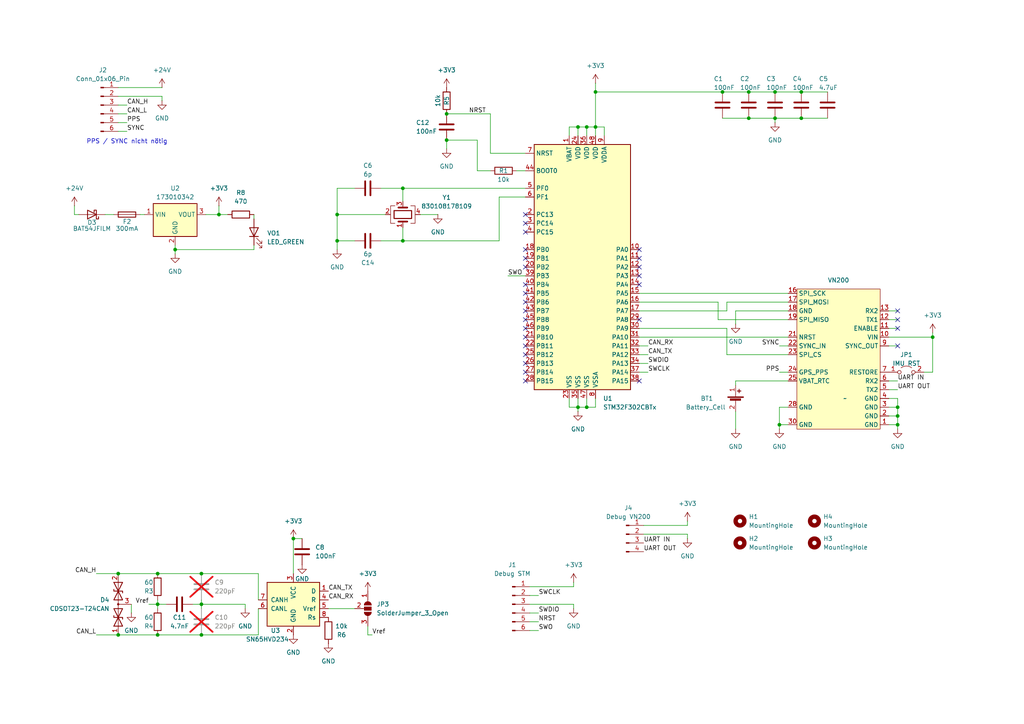
<source format=kicad_sch>
(kicad_sch (version 20231120) (generator "eeschema") (generator_version "8.0")
  (paper "A4")
  (lib_symbols
    (symbol "Connector:Conn_01x04_Pin" (pin_names (offset 1.016) hide)
      (property "Reference" "J" (at 0 5.08 0))
      (property "Value" "Conn_01x04_Pin" (at 0 -7.62 0))
      (symbol "Conn_01x04_Pin_1_1"
        (polyline (pts (xy 1.27 -5.08) (xy 0.8636 -5.08)) (stroke (width 0.1524)))
        (polyline (pts (xy 1.27 -2.54) (xy 0.8636 -2.54)) (stroke (width 0.1524)))
        (polyline (pts (xy 1.27 0) (xy 0.8636 0)) (stroke (width 0.1524)))
        (polyline (pts (xy 1.27 2.54) (xy 0.8636 2.54)) (stroke (width 0.1524)))
        (rectangle (start 0.8636 -4.953) (end 0 -5.207) (stroke (width 0.1524)) (fill (type outline)))
        (rectangle (start 0.8636 -2.413) (end 0 -2.667) (stroke (width 0.1524)) (fill (type outline)))
        (rectangle (start 0.8636 0.127) (end 0 -0.127) (stroke (width 0.1524)) (fill (type outline)))
        (rectangle (start 0.8636 2.667) (end 0 2.413) (stroke (width 0.1524)) (fill (type outline)))
        (pin passive line (at 5.08 2.54 180) (length 3.81) (name "Pin_1") (number "1"))
        (pin passive line (at 5.08 0 180) (length 3.81) (name "Pin_2") (number "2"))
        (pin passive line (at 5.08 -2.54 180) (length 3.81) (name "Pin_3") (number "3"))
        (pin passive line (at 5.08 -5.08 180) (length 3.81) (name "Pin_4") (number "4"))
      )
    )
    (symbol "Connector:Conn_01x06_Pin" (pin_names (offset 1.016) hide)
      (property "Reference" "J" (at 0 7.62 0))
      (property "Value" "Conn_01x06_Pin" (at 0 -10.16 0))
      (symbol "Conn_01x06_Pin_1_1"
        (polyline (pts (xy 1.27 -7.62) (xy 0.8636 -7.62)) (stroke (width 0.1524)))
        (polyline (pts (xy 1.27 -5.08) (xy 0.8636 -5.08)) (stroke (width 0.1524)))
        (polyline (pts (xy 1.27 -2.54) (xy 0.8636 -2.54)) (stroke (width 0.1524)))
        (polyline (pts (xy 1.27 0) (xy 0.8636 0)) (stroke (width 0.1524)))
        (polyline (pts (xy 1.27 2.54) (xy 0.8636 2.54)) (stroke (width 0.1524)))
        (polyline (pts (xy 1.27 5.08) (xy 0.8636 5.08)) (stroke (width 0.1524)))
        (rectangle (start 0.8636 -7.493) (end 0 -7.747) (stroke (width 0.1524)) (fill (type outline)))
        (rectangle (start 0.8636 -4.953) (end 0 -5.207) (stroke (width 0.1524)) (fill (type outline)))
        (rectangle (start 0.8636 -2.413) (end 0 -2.667) (stroke (width 0.1524)) (fill (type outline)))
        (rectangle (start 0.8636 0.127) (end 0 -0.127) (stroke (width 0.1524)) (fill (type outline)))
        (rectangle (start 0.8636 2.667) (end 0 2.413) (stroke (width 0.1524)) (fill (type outline)))
        (rectangle (start 0.8636 5.207) (end 0 4.953) (stroke (width 0.1524)) (fill (type outline)))
        (pin passive line (at 5.08 5.08 180) (length 3.81) (name "Pin_1") (number "1"))
        (pin passive line (at 5.08 2.54 180) (length 3.81) (name "Pin_2") (number "2"))
        (pin passive line (at 5.08 0 180) (length 3.81) (name "Pin_3") (number "3"))
        (pin passive line (at 5.08 -2.54 180) (length 3.81) (name "Pin_4") (number "4"))
        (pin passive line (at 5.08 -5.08 180) (length 3.81) (name "Pin_5") (number "5"))
        (pin passive line (at 5.08 -7.62 180) (length 3.81) (name "Pin_6") (number "6"))
      )
    )
    (symbol "Device:Battery_Cell" (pin_names (offset 0) hide)
      (property "Reference" "BT" (at 2.54 2.54 0))
      (property "Value" "Battery_Cell" (at 2.54 0 0))
      (symbol "Battery_Cell_0_1"
        (rectangle (start -2.286 1.778) (end 2.286 1.524) (fill (type outline)))
        (rectangle (start -1.5748 1.1938) (end 1.4732 0.6858) (fill (type outline)))
        (polyline (pts (xy 0 0.762) (xy 0 0)))
        (polyline (pts (xy 0 1.778) (xy 0 2.54)))
        (polyline (pts (xy 0.508 3.429) (xy 1.524 3.429)) (stroke (width 0.254)))
        (polyline (pts (xy 1.016 3.937) (xy 1.016 2.921)) (stroke (width 0.254)))
      )
      (symbol "Battery_Cell_1_1"
        (pin passive line (at 0 5.08 270) (length 2.54) (name "+") (number "1"))
        (pin passive line (at 0 -2.54 90) (length 2.54) (name "-") (number "2"))
      )
    )
    (symbol "Device:C" (pin_numbers hide) (pin_names (offset 0.254))
      (property "Reference" "C" (at 0.635 2.54 0))
      (property "Value" "C" (at 0.635 -2.54 0))
      (symbol "C_0_1"
        (polyline (pts (xy -2.032 -0.762) (xy 2.032 -0.762)) (stroke (width 0.508)))
        (polyline (pts (xy -2.032 0.762) (xy 2.032 0.762)) (stroke (width 0.508)))
      )
      (symbol "C_1_1"
        (pin passive line (at 0 3.81 270) (length 2.794) (name "~") (number "1"))
        (pin passive line (at 0 -3.81 90) (length 2.794) (name "~") (number "2"))
      )
    )
    (symbol "Device:D_Schottky" (pin_numbers hide) (pin_names (offset 1.016) hide)
      (property "Reference" "D" (at 0 2.54 0))
      (property "Value" "D_Schottky" (at 0 -2.54 0))
      (symbol "D_Schottky_0_1"
        (polyline (pts (xy 1.27 0) (xy -1.27 0)))
        (polyline (pts (xy 1.27 1.27) (xy 1.27 -1.27) (xy -1.27 0) (xy 1.27 1.27)) (stroke (width 0.254)))
        (polyline (pts (xy -1.905 0.635) (xy -1.905 1.27) (xy -1.27 1.27) (xy -1.27 -1.27) (xy -0.635 -1.27) (xy -0.635 -0.635)) (stroke (width 0.254)))
      )
      (symbol "D_Schottky_1_1"
        (pin passive line (at -3.81 0 0) (length 2.54) (name "K") (number "1"))
        (pin passive line (at 3.81 0 180) (length 2.54) (name "A") (number "2"))
      )
    )
    (symbol "Device:D_TVS_Dual_AAC" (pin_names (offset 1.016) hide)
      (property "Reference" "D" (at 0 4.445 0))
      (property "Value" "D_TVS_Dual_AAC" (at 0 2.54 0))
      (symbol "D_TVS_Dual_AAC_0_0"
        (polyline (pts (xy 0 -1.27) (xy 0 0)))
      )
      (symbol "D_TVS_Dual_AAC_0_1"
        (polyline (pts (xy -6.35 0) (xy 6.35 0)))
        (polyline (pts (xy -3.302 1.27) (xy -3.81 1.27) (xy -3.81 -1.27) (xy -4.318 -1.27)) (stroke (width 0.254)))
        (polyline (pts (xy 4.318 1.27) (xy 3.81 1.27) (xy 3.81 -1.27) (xy 3.302 -1.27)) (stroke (width 0.254)))
        (polyline (pts (xy -6.35 1.27) (xy -1.27 -1.27) (xy -1.27 1.27) (xy -6.35 -1.27) (xy -6.35 1.27)) (stroke (width 0.254)))
        (polyline (pts (xy 6.35 1.27) (xy 1.27 -1.27) (xy 1.27 1.27) (xy 6.35 -1.27) (xy 6.35 1.27)) (stroke (width 0.254)))
        (circle (center 0 0) (radius 0.254) (fill (type outline)))
      )
      (symbol "D_TVS_Dual_AAC_1_1"
        (pin passive line (at -8.89 0 0) (length 2.54) (name "A1") (number "1"))
        (pin passive line (at 8.89 0 180) (length 2.54) (name "A2") (number "2"))
        (pin input line (at 0 -3.81 90) (length 2.54) (name "common") (number "3"))
      )
    )
    (symbol "Device:Fuse" (pin_numbers hide) (pin_names (offset 0))
      (property "Reference" "F" (at 2.032 0 90))
      (property "Value" "Fuse" (at -1.905 0 90))
      (symbol "Fuse_0_1"
        (rectangle (start -0.762 -2.54) (end 0.762 2.54) (stroke (width 0.254)))
        (polyline (pts (xy 0 2.54) (xy 0 -2.54)))
      )
      (symbol "Fuse_1_1"
        (pin passive line (at 0 3.81 270) (length 1.27) (name "~") (number "1"))
        (pin passive line (at 0 -3.81 90) (length 1.27) (name "~") (number "2"))
      )
    )
    (symbol "Device:LED" (pin_numbers hide) (pin_names (offset 1.016) hide)
      (property "Reference" "D" (at 0 2.54 0))
      (property "Value" "LED" (at 0 -2.54 0))
      (symbol "LED_0_1"
        (polyline (pts (xy -1.27 -1.27) (xy -1.27 1.27)) (stroke (width 0.254)))
        (polyline (pts (xy -1.27 0) (xy 1.27 0)))
        (polyline (pts (xy 1.27 -1.27) (xy 1.27 1.27) (xy -1.27 0) (xy 1.27 -1.27)) (stroke (width 0.254)))
        (polyline (pts (xy -3.048 -0.762) (xy -4.572 -2.286) (xy -3.81 -2.286) (xy -4.572 -2.286) (xy -4.572 -1.524)))
        (polyline (pts (xy -1.778 -0.762) (xy -3.302 -2.286) (xy -2.54 -2.286) (xy -3.302 -2.286) (xy -3.302 -1.524)))
      )
      (symbol "LED_1_1"
        (pin passive line (at -3.81 0 0) (length 2.54) (name "K") (number "1"))
        (pin passive line (at 3.81 0 180) (length 2.54) (name "A") (number "2"))
      )
    )
    (symbol "Device:R" (pin_numbers hide) (pin_names (offset 0))
      (property "Reference" "R" (at 2.032 0 90))
      (property "Value" "R" (at 0 0 90))
      (symbol "R_0_1"
        (rectangle (start -1.016 -2.54) (end 1.016 2.54) (stroke (width 0.254)))
      )
      (symbol "R_1_1"
        (pin passive line (at 0 3.81 270) (length 1.27) (name "~") (number "1"))
        (pin passive line (at 0 -3.81 90) (length 1.27) (name "~") (number "2"))
      )
    )
    (symbol "FaSTTUBe_Crystals:830108178109" (pin_names (offset 1.016) hide)
      (property "Reference" "Y" (at 3.175 5.08 0))
      (property "Value" "830108178109" (at 3.175 3.175 0))
      (symbol "830108178109_0_1"
        (rectangle (start -1.143 2.54) (end 1.143 -2.54) (stroke (width 0.3048)))
        (polyline (pts (xy -2.54 0) (xy -2.032 0)))
        (polyline (pts (xy -2.032 -1.27) (xy -2.032 1.27)) (stroke (width 0.508)))
        (polyline (pts (xy 0 -3.81) (xy 0 -3.556)))
        (polyline (pts (xy 0 3.556) (xy 0 3.81)))
        (polyline (pts (xy 2.032 -1.27) (xy 2.032 1.27)) (stroke (width 0.508)))
        (polyline (pts (xy 2.032 0) (xy 2.54 0)))
        (polyline (pts (xy -2.54 -2.286) (xy -2.54 -3.556) (xy 2.54 -3.556) (xy 2.54 -2.286)))
        (polyline (pts (xy -2.54 2.286) (xy -2.54 3.556) (xy 2.54 3.556) (xy 2.54 2.286)))
      )
      (symbol "830108178109_1_1"
        (pin passive line (at -3.81 0 0) (length 1.27) (name "1") (number "1"))
        (pin passive line (at 0 5.08 270) (length 1.27) (name "2") (number "2"))
        (pin passive line (at 3.81 0 180) (length 1.27) (name "3") (number "3"))
        (pin passive line (at 0 -5.08 90) (length 1.27) (name "4") (number "4"))
      )
    )
    (symbol "FaSTTUBe_Voltage_Regulators:173010342"
      (property "Reference" "U" (at -1.27 7.874 0))
      (property "Value" "173010342" (at -5.588 6.096 0))
      (symbol "173010342_0_1"
        (rectangle (start -6.35 4.445) (end 6.35 -5.08) (stroke (width 0.254)) (fill (type background)))
      )
      (symbol "173010342_1_1"
        (pin power_in line (at -8.89 1.27 0) (length 2.54) (name "VIN") (number "1"))
        (pin power_in line (at 0 -7.62 90) (length 2.54) (name "GND") (number "2"))
        (pin power_out line (at 8.89 1.27 180) (length 2.54) (name "VOUT") (number "3"))
      )
    )
    (symbol "GND_2" (power) (pin_numbers hide) (pin_names (offset 0) hide)
      (property "Value" "GND" (at 0 -3.81 0))
      (symbol "GND_2_0_1"
        (polyline (pts (xy 0 0) (xy 0 -1.27) (xy 1.27 -1.27) (xy 0 -2.54) (xy -1.27 -1.27) (xy 0 -1.27)))
      )
      (symbol "GND_2_1_1"
        (pin power_in line (at 0 0 270) (length 0) (name "~") (number "1"))
      )
    )
    (symbol "IMUs:VN-200"
      (property "Reference" "VN200" (at -0.635 22.86 0))
      (property "Value" "~" (at 1.27 -11.43 0))
      (symbol "VN-200_1_1"
        (rectangle (start -12.7 20.32) (end 11.43 -20.32) (fill (type background)))
        (pin power_in line (at 13.97 -19.05 180) (length 2.54) (name "GND") (number "1"))
        (pin power_in line (at 13.97 6.35 180) (length 2.54) (name "VIN") (number "10"))
        (pin input line (at 13.97 8.89 180) (length 2.54) (name "ENABLE") (number "11"))
        (pin output line (at 13.97 11.43 180) (length 2.54) (name "TX1") (number "12"))
        (pin input line (at 13.97 13.97 180) (length 2.54) (name "RX2") (number "13"))
        (pin input line (at -15.24 19.05 0) (length 2.54) (name "SPI_SCK") (number "16"))
        (pin input line (at -15.24 16.51 0) (length 2.54) (name "SPI_MOSI") (number "17"))
        (pin power_in line (at -15.24 13.97 0) (length 2.54) (name "GND") (number "18"))
        (pin output line (at -15.24 11.43 0) (length 2.54) (name "SPI_MISO") (number "19"))
        (pin power_in line (at 13.97 -16.51 180) (length 2.54) (name "GND") (number "2"))
        (pin input line (at -15.24 6.35 0) (length 2.54) (name "NRST") (number "21"))
        (pin input line (at -15.24 3.81 0) (length 2.54) (name "SYNC_IN") (number "22"))
        (pin input line (at -15.24 1.27 0) (length 2.54) (name "SPI_CS") (number "23"))
        (pin output line (at -15.24 -3.81 0) (length 2.54) (name "GPS_PPS") (number "24"))
        (pin power_in line (at -15.24 -6.35 0) (length 2.54) (name "VBAT_RTC") (number "25"))
        (pin power_in line (at -15.24 -13.97 0) (length 2.54) (name "GND") (number "28"))
        (pin power_in line (at 13.97 -13.97 180) (length 2.54) (name "GND") (number "3"))
        (pin power_in line (at -15.24 -19.05 0) (length 2.54) (name "GND") (number "30"))
        (pin power_in line (at 13.97 -11.43 180) (length 2.54) (name "GND") (number "4"))
        (pin output line (at 13.97 -8.89 180) (length 2.54) (name "TX2") (number "5"))
        (pin input line (at 13.97 -6.35 180) (length 2.54) (name "RX2") (number "6"))
        (pin input line (at 13.97 -3.81 180) (length 2.54) (name "RESTORE") (number "7"))
        (pin output line (at 13.97 3.81 180) (length 2.54) (name "SYNC_OUT") (number "9"))
      )
    )
    (symbol "Interface_CAN_LIN:SN65HVD231" (pin_names (offset 1.016))
      (property "Reference" "U" (at -2.54 10.16 0))
      (property "Value" "SN65HVD231" (at -2.54 7.62 0))
      (symbol "SN65HVD231_0_1"
        (rectangle (start -7.62 5.08) (end 7.62 -7.62) (stroke (width 0.254)) (fill (type background)))
      )
      (symbol "SN65HVD231_1_1"
        (pin input line (at -10.16 2.54 0) (length 2.54) (name "D") (number "1"))
        (pin power_in line (at 0 -10.16 90) (length 2.54) (name "GND") (number "2"))
        (pin power_in line (at 0 7.62 270) (length 2.54) (name "VCC") (number "3"))
        (pin output line (at -10.16 0 0) (length 2.54) (name "R") (number "4"))
        (pin output line (at -10.16 -2.54 0) (length 2.54) (name "Vref") (number "5"))
        (pin bidirectional line (at 10.16 -2.54 180) (length 2.54) (name "CANL") (number "6"))
        (pin bidirectional line (at 10.16 0 180) (length 2.54) (name "CANH") (number "7"))
        (pin input line (at -10.16 -5.08 0) (length 2.54) (name "Rs") (number "8"))
      )
    )
    (symbol "Jumper:Jumper_2_Open" (pin_names (offset 0) hide)
      (property "Reference" "JP" (at 0 2.794 0))
      (property "Value" "Jumper_2_Open" (at 0 -2.286 0))
      (symbol "Jumper_2_Open_0_0"
        (circle (center -2.032 0) (radius 0.508))
        (circle (center 2.032 0) (radius 0.508))
      )
      (symbol "Jumper_2_Open_0_1"
        (arc (start 1.524 1.27) (mid 0 1.778) (end -1.524 1.27))
      )
      (symbol "Jumper_2_Open_1_1"
        (pin passive line (at -5.08 0 0) (length 2.54) (name "A") (number "1"))
        (pin passive line (at 5.08 0 180) (length 2.54) (name "B") (number "2"))
      )
    )
    (symbol "Jumper:SolderJumper_3_Open" (pin_names (offset 0) hide)
      (property "Reference" "JP" (at -2.54 -2.54 0))
      (property "Value" "SolderJumper_3_Open" (at 0 2.794 0))
      (symbol "SolderJumper_3_Open_0_1"
        (arc (start -1.016 1.016) (mid -2.0276 0) (end -1.016 -1.016))
        (arc (start -1.016 1.016) (mid -2.0276 0) (end -1.016 -1.016) (fill (type outline)))
        (rectangle (start -0.508 1.016) (end 0.508 -1.016) (fill (type outline)))
        (polyline (pts (xy -2.54 0) (xy -2.032 0)))
        (polyline (pts (xy -1.016 1.016) (xy -1.016 -1.016)))
        (polyline (pts (xy 0 -1.27) (xy 0 -1.016)))
        (polyline (pts (xy 1.016 1.016) (xy 1.016 -1.016)))
        (polyline (pts (xy 2.54 0) (xy 2.032 0)))
        (arc (start 1.016 -1.016) (mid 2.0276 0) (end 1.016 1.016))
        (arc (start 1.016 -1.016) (mid 2.0276 0) (end 1.016 1.016) (fill (type outline)))
      )
      (symbol "SolderJumper_3_Open_1_1"
        (pin passive line (at -5.08 0 0) (length 2.54) (name "A") (number "1"))
        (pin passive line (at 0 -3.81 90) (length 2.54) (name "C") (number "2"))
        (pin passive line (at 5.08 0 180) (length 2.54) (name "B") (number "3"))
      )
    )
    (symbol "MCU_ST_STM32F3:STM32F302CBTx"
      (property "Reference" "U" (at -15.24 36.83 0))
      (property "Value" "STM32F302CBTx" (at 7.62 36.83 0))
      (symbol "STM32F302CBTx_0_1"
        (rectangle (start -15.24 -35.56) (end 12.7 35.56) (stroke (width 0.254)) (fill (type background)))
      )
      (symbol "STM32F302CBTx_1_1"
        (pin power_in line (at -5.08 38.1 270) (length 2.54) (name "VBAT") (number "1"))
        (pin bidirectional line (at 15.24 5.08 180) (length 2.54) (name "PA0") (number "10"))
        (pin bidirectional line (at 15.24 2.54 180) (length 2.54) (name "PA1") (number "11"))
        (pin bidirectional line (at 15.24 0 180) (length 2.54) (name "PA2") (number "12"))
        (pin bidirectional line (at 15.24 -2.54 180) (length 2.54) (name "PA3") (number "13"))
        (pin bidirectional line (at 15.24 -5.08 180) (length 2.54) (name "PA4") (number "14"))
        (pin bidirectional line (at 15.24 -7.62 180) (length 2.54) (name "PA5") (number "15"))
        (pin bidirectional line (at 15.24 -10.16 180) (length 2.54) (name "PA6") (number "16"))
        (pin bidirectional line (at 15.24 -12.7 180) (length 2.54) (name "PA7") (number "17"))
        (pin bidirectional line (at -17.78 5.08 0) (length 2.54) (name "PB0") (number "18"))
        (pin bidirectional line (at -17.78 2.54 0) (length 2.54) (name "PB1") (number "19"))
        (pin bidirectional line (at -17.78 15.24 0) (length 2.54) (name "PC13") (number "2"))
        (pin bidirectional line (at -17.78 0 0) (length 2.54) (name "PB2") (number "20"))
        (pin bidirectional line (at -17.78 -20.32 0) (length 2.54) (name "PB10") (number "21"))
        (pin bidirectional line (at -17.78 -22.86 0) (length 2.54) (name "PB11") (number "22"))
        (pin power_in line (at -5.08 -38.1 90) (length 2.54) (name "VSS") (number "23"))
        (pin power_in line (at -2.54 38.1 270) (length 2.54) (name "VDD") (number "24"))
        (pin bidirectional line (at -17.78 -25.4 0) (length 2.54) (name "PB12") (number "25"))
        (pin bidirectional line (at -17.78 -27.94 0) (length 2.54) (name "PB13") (number "26"))
        (pin bidirectional line (at -17.78 -30.48 0) (length 2.54) (name "PB14") (number "27"))
        (pin bidirectional line (at -17.78 -33.02 0) (length 2.54) (name "PB15") (number "28"))
        (pin bidirectional line (at 15.24 -15.24 180) (length 2.54) (name "PA8") (number "29"))
        (pin bidirectional line (at -17.78 12.7 0) (length 2.54) (name "PC14") (number "3"))
        (pin bidirectional line (at 15.24 -17.78 180) (length 2.54) (name "PA9") (number "30"))
        (pin bidirectional line (at 15.24 -20.32 180) (length 2.54) (name "PA10") (number "31"))
        (pin bidirectional line (at 15.24 -22.86 180) (length 2.54) (name "PA11") (number "32"))
        (pin bidirectional line (at 15.24 -25.4 180) (length 2.54) (name "PA12") (number "33"))
        (pin bidirectional line (at 15.24 -27.94 180) (length 2.54) (name "PA13") (number "34"))
        (pin power_in line (at -2.54 -38.1 90) (length 2.54) (name "VSS") (number "35"))
        (pin power_in line (at 0 38.1 270) (length 2.54) (name "VDD") (number "36"))
        (pin bidirectional line (at 15.24 -30.48 180) (length 2.54) (name "PA14") (number "37"))
        (pin bidirectional line (at 15.24 -33.02 180) (length 2.54) (name "PA15") (number "38"))
        (pin bidirectional line (at -17.78 -2.54 0) (length 2.54) (name "PB3") (number "39"))
        (pin bidirectional line (at -17.78 10.16 0) (length 2.54) (name "PC15") (number "4"))
        (pin bidirectional line (at -17.78 -5.08 0) (length 2.54) (name "PB4") (number "40"))
        (pin bidirectional line (at -17.78 -7.62 0) (length 2.54) (name "PB5") (number "41"))
        (pin bidirectional line (at -17.78 -10.16 0) (length 2.54) (name "PB6") (number "42"))
        (pin bidirectional line (at -17.78 -12.7 0) (length 2.54) (name "PB7") (number "43"))
        (pin input line (at -17.78 27.94 0) (length 2.54) (name "BOOT0") (number "44"))
        (pin bidirectional line (at -17.78 -15.24 0) (length 2.54) (name "PB8") (number "45"))
        (pin bidirectional line (at -17.78 -17.78 0) (length 2.54) (name "PB9") (number "46"))
        (pin power_in line (at 0 -38.1 90) (length 2.54) (name "VSS") (number "47"))
        (pin power_in line (at 2.54 38.1 270) (length 2.54) (name "VDD") (number "48"))
        (pin input line (at -17.78 22.86 0) (length 2.54) (name "PF0") (number "5"))
        (pin input line (at -17.78 20.32 0) (length 2.54) (name "PF1") (number "6"))
        (pin input line (at -17.78 33.02 0) (length 2.54) (name "NRST") (number "7"))
        (pin power_in line (at 2.54 -38.1 90) (length 2.54) (name "VSSA") (number "8"))
        (pin power_in line (at 5.08 38.1 270) (length 2.54) (name "VDDA") (number "9"))
      )
    )
    (symbol "Mechanical:MountingHole" (pin_names (offset 1.016)) (exclude_from_sim yes) (in_bom no)
      (property "Reference" "H" (at 0 5.08 0))
      (property "Value" "MountingHole" (at 0 3.175 0))
      (symbol "MountingHole_0_1"
        (circle (center 0 0) (radius 1.27) (stroke (width 1.27)))
      )
    )
    (symbol "power:+24V" (power) (pin_numbers hide) (pin_names (offset 0) hide)
      (property "Value" "+24V" (at 0 3.556 0))
      (symbol "+24V_0_1"
        (polyline (pts (xy -0.762 1.27) (xy 0 2.54)))
        (polyline (pts (xy 0 0) (xy 0 2.54)))
        (polyline (pts (xy 0 2.54) (xy 0.762 1.27)))
      )
      (symbol "+24V_1_1"
        (pin power_in line (at 0 0 90) (length 0) (name "~") (number "1"))
      )
    )
    (symbol "power:+3V3" (power) (pin_numbers hide) (pin_names (offset 0) hide)
      (property "Value" "+3V3" (at 0 3.556 0))
      (symbol "+3V3_0_1"
        (polyline (pts (xy -0.762 1.27) (xy 0 2.54)))
        (polyline (pts (xy 0 0) (xy 0 2.54)))
        (polyline (pts (xy 0 2.54) (xy 0.762 1.27)))
      )
      (symbol "+3V3_1_1"
        (pin power_in line (at 0 0 90) (length 0) (name "~") (number "1"))
      )
    )
  )
  (junction (at 129.54 33.02))
  (junction (at 217.17 34.29))
  (junction (at 170.18 36.83))
  (junction (at 45.72 184.15))
  (junction (at 226.06 123.19))
  (junction (at 34.29 166.37))
  (junction (at 172.72 36.83))
  (junction (at 170.18 118.11))
  (junction (at 45.72 166.37))
  (junction (at 172.72 26.67))
  (junction (at 45.72 175.26))
  (junction (at 167.64 118.11))
  (junction (at 58.42 175.26))
  (junction (at 50.8 72.39))
  (junction (at 260.35 123.19))
  (junction (at 58.42 184.15))
  (junction (at 167.64 36.83))
  (junction (at 129.54 40.64))
  (junction (at 97.79 69.85))
  (junction (at 224.79 26.67))
  (junction (at 270.51 97.79))
  (junction (at 34.29 184.15))
  (junction (at 85.09 156.21))
  (junction (at 217.17 26.67))
  (junction (at 232.41 26.67))
  (junction (at 209.55 26.67))
  (junction (at 224.79 34.29))
  (junction (at 116.84 54.61))
  (junction (at 260.35 120.65))
  (junction (at 260.35 118.11))
  (junction (at 97.79 62.23))
  (junction (at 58.42 166.37))
  (junction (at 63.5 62.23))
  (junction (at 116.84 69.85))
  (junction (at 232.41 34.29))
  (no_connect (at 152.4 105.41))
  (no_connect (at 152.4 74.93))
  (no_connect (at 152.4 102.87))
  (no_connect (at 185.42 77.47))
  (no_connect (at 152.4 110.49))
  (no_connect (at 260.35 90.17))
  (no_connect (at 152.4 92.71))
  (no_connect (at 152.4 100.33))
  (no_connect (at 152.4 95.25))
  (no_connect (at 152.4 87.63))
  (no_connect (at 260.35 100.33))
  (no_connect (at 152.4 62.23))
  (no_connect (at 152.4 64.77))
  (no_connect (at 152.4 67.31))
  (no_connect (at 185.42 92.71))
  (no_connect (at 152.4 77.47))
  (no_connect (at 185.42 80.01))
  (no_connect (at 152.4 107.95))
  (no_connect (at 185.42 110.49))
  (no_connect (at 185.42 74.93))
  (no_connect (at 152.4 72.39))
  (no_connect (at 152.4 90.17))
  (no_connect (at 152.4 85.09))
  (no_connect (at 185.42 82.55))
  (no_connect (at 185.42 72.39))
  (no_connect (at 260.35 92.71))
  (no_connect (at 152.4 82.55))
  (no_connect (at 152.4 97.79))
  (no_connect (at 260.35 95.25))
  (wire (pts (xy 106.68 184.15) (xy 106.68 181.61)))
  (wire (pts (xy 116.84 69.85) (xy 144.78 69.85)))
  (wire (pts (xy 138.43 49.53) (xy 142.24 49.53)))
  (wire (pts (xy 260.35 123.19) (xy 260.35 120.65)))
  (wire (pts (xy 210.82 102.87) (xy 228.6 102.87)))
  (wire (pts (xy 74.93 173.99) (xy 74.93 166.37)))
  (wire (pts (xy 45.72 184.15) (xy 58.42 184.15)))
  (wire (pts (xy 210.82 87.63) (xy 228.6 87.63)))
  (wire (pts (xy 74.93 166.37) (xy 58.42 166.37)))
  (wire (pts (xy 73.66 72.39) (xy 73.66 71.12)))
  (wire (pts (xy 149.86 49.53) (xy 152.4 49.53)))
  (wire (pts (xy 170.18 36.83) (xy 170.18 39.37)))
  (wire (pts (xy 95.25 176.53) (xy 102.87 176.53)))
  (wire (pts (xy 186.69 154.94) (xy 199.39 154.94)))
  (wire (pts (xy 43.18 175.26) (xy 45.72 175.26)))
  (wire (pts (xy 142.24 44.45) (xy 152.4 44.45)))
  (wire (pts (xy 34.29 25.4) (xy 46.99 25.4)))
  (wire (pts (xy 121.92 62.23) (xy 127 62.23)))
  (wire (pts (xy 257.81 97.79) (xy 270.51 97.79)))
  (wire (pts (xy 185.42 95.25) (xy 210.82 95.25)))
  (wire (pts (xy 116.84 54.61) (xy 116.84 58.42)))
  (wire (pts (xy 170.18 36.83) (xy 172.72 36.83)))
  (wire (pts (xy 97.79 62.23) (xy 111.76 62.23)))
  (wire (pts (xy 217.17 34.29) (xy 224.79 34.29)))
  (wire (pts (xy 232.41 34.29) (xy 240.03 34.29)))
  (wire (pts (xy 170.18 118.11) (xy 170.18 115.57)))
  (wire (pts (xy 208.28 87.63) (xy 208.28 92.71)))
  (wire (pts (xy 260.35 100.33) (xy 257.81 100.33)))
  (wire (pts (xy 27.94 184.15) (xy 34.29 184.15)))
  (wire (pts (xy 97.79 69.85) (xy 97.79 72.39)))
  (wire (pts (xy 185.42 85.09) (xy 228.6 85.09)))
  (wire (pts (xy 199.39 154.94) (xy 199.39 156.21)))
  (wire (pts (xy 267.97 107.95) (xy 270.51 107.95)))
  (wire (pts (xy 270.51 107.95) (xy 270.51 97.79)))
  (wire (pts (xy 217.17 26.67) (xy 224.79 26.67)))
  (wire (pts (xy 34.29 166.37) (xy 45.72 166.37)))
  (wire (pts (xy 66.04 62.23) (xy 63.5 62.23)))
  (wire (pts (xy 50.8 73.66) (xy 50.8 72.39)))
  (wire (pts (xy 210.82 95.25) (xy 210.82 102.87)))
  (wire (pts (xy 73.66 63.5) (xy 73.66 62.23)))
  (wire (pts (xy 226.06 123.19) (xy 228.6 123.19)))
  (wire (pts (xy 199.39 151.13) (xy 199.39 152.4)))
  (wire (pts (xy 228.6 118.11) (xy 226.06 118.11)))
  (wire (pts (xy 46.99 29.21) (xy 46.99 27.94)))
  (wire (pts (xy 170.18 118.11) (xy 172.72 118.11)))
  (wire (pts (xy 50.8 72.39) (xy 73.66 72.39)))
  (wire (pts (xy 172.72 118.11) (xy 172.72 115.57)))
  (wire (pts (xy 165.1 36.83) (xy 167.64 36.83)))
  (wire (pts (xy 27.94 166.37) (xy 34.29 166.37)))
  (wire (pts (xy 185.42 90.17) (xy 210.82 90.17)))
  (wire (pts (xy 224.79 26.67) (xy 232.41 26.67)))
  (wire (pts (xy 232.41 26.67) (xy 240.03 26.67)))
  (wire (pts (xy 187.96 100.33) (xy 185.42 100.33)))
  (wire (pts (xy 50.8 72.39) (xy 50.8 71.12)))
  (wire (pts (xy 167.64 36.83) (xy 167.64 39.37)))
  (wire (pts (xy 85.09 156.21) (xy 85.09 166.37)))
  (wire (pts (xy 187.96 105.41) (xy 185.42 105.41)))
  (wire (pts (xy 260.35 90.17) (xy 257.81 90.17)))
  (wire (pts (xy 153.67 175.26) (xy 166.37 175.26)))
  (wire (pts (xy 147.32 80.01) (xy 152.4 80.01)))
  (wire (pts (xy 45.72 166.37) (xy 58.42 166.37)))
  (wire (pts (xy 187.96 107.95) (xy 185.42 107.95)))
  (wire (pts (xy 36.83 35.56) (xy 34.29 35.56)))
  (wire (pts (xy 74.93 176.53) (xy 74.93 184.15)))
  (wire (pts (xy 85.09 156.21) (xy 87.63 156.21)))
  (wire (pts (xy 116.84 66.04) (xy 116.84 69.85)))
  (wire (pts (xy 129.54 43.18) (xy 129.54 40.64)))
  (wire (pts (xy 175.26 36.83) (xy 175.26 39.37)))
  (wire (pts (xy 228.6 90.17) (xy 213.36 90.17)))
  (wire (pts (xy 172.72 36.83) (xy 172.72 39.37)))
  (wire (pts (xy 257.81 95.25) (xy 260.35 95.25)))
  (wire (pts (xy 21.59 62.23) (xy 22.86 62.23)))
  (wire (pts (xy 213.36 110.49) (xy 228.6 110.49)))
  (wire (pts (xy 97.79 62.23) (xy 97.79 69.85)))
  (wire (pts (xy 107.95 184.15) (xy 106.68 184.15)))
  (wire (pts (xy 213.36 111.76) (xy 213.36 110.49)))
  (wire (pts (xy 63.5 59.69) (xy 63.5 62.23)))
  (wire (pts (xy 129.54 40.64) (xy 138.43 40.64)))
  (wire (pts (xy 260.35 92.71) (xy 257.81 92.71)))
  (wire (pts (xy 138.43 40.64) (xy 138.43 49.53)))
  (wire (pts (xy 213.36 119.38) (xy 213.36 124.46)))
  (wire (pts (xy 185.42 87.63) (xy 208.28 87.63)))
  (wire (pts (xy 46.99 27.94) (xy 34.29 27.94)))
  (wire (pts (xy 226.06 100.33) (xy 228.6 100.33)))
  (wire (pts (xy 224.79 34.29) (xy 232.41 34.29)))
  (wire (pts (xy 40.64 62.23) (xy 41.91 62.23)))
  (wire (pts (xy 36.83 30.48) (xy 34.29 30.48)))
  (wire (pts (xy 144.78 57.15) (xy 152.4 57.15)))
  (wire (pts (xy 36.83 33.02) (xy 34.29 33.02)))
  (wire (pts (xy 71.12 176.53) (xy 71.12 175.26)))
  (wire (pts (xy 34.29 184.15) (xy 45.72 184.15)))
  (wire (pts (xy 59.69 62.23) (xy 63.5 62.23)))
  (wire (pts (xy 110.49 54.61) (xy 116.84 54.61)))
  (wire (pts (xy 224.79 35.56) (xy 224.79 34.29)))
  (wire (pts (xy 260.35 120.65) (xy 260.35 118.11)))
  (wire (pts (xy 210.82 90.17) (xy 210.82 87.63)))
  (wire (pts (xy 213.36 90.17) (xy 213.36 93.98)))
  (wire (pts (xy 166.37 168.91) (xy 166.37 170.18)))
  (wire (pts (xy 226.06 107.95) (xy 228.6 107.95)))
  (wire (pts (xy 167.64 36.83) (xy 170.18 36.83)))
  (wire (pts (xy 260.35 124.46) (xy 260.35 123.19)))
  (wire (pts (xy 142.24 33.02) (xy 129.54 33.02)))
  (wire (pts (xy 172.72 26.67) (xy 172.72 36.83)))
  (wire (pts (xy 110.49 69.85) (xy 116.84 69.85)))
  (wire (pts (xy 167.64 119.38) (xy 167.64 118.11)))
  (wire (pts (xy 142.24 44.45) (xy 142.24 33.02)))
  (wire (pts (xy 172.72 26.67) (xy 209.55 26.67)))
  (wire (pts (xy 187.96 102.87) (xy 185.42 102.87)))
  (wire (pts (xy 172.72 24.13) (xy 172.72 26.67)))
  (wire (pts (xy 257.81 120.65) (xy 260.35 120.65)))
  (wire (pts (xy 55.88 175.26) (xy 58.42 175.26)))
  (wire (pts (xy 97.79 69.85) (xy 102.87 69.85)))
  (wire (pts (xy 208.28 92.71) (xy 228.6 92.71)))
  (wire (pts (xy 97.79 54.61) (xy 97.79 62.23)))
  (wire (pts (xy 45.72 173.99) (xy 45.72 175.26)))
  (wire (pts (xy 226.06 124.46) (xy 226.06 123.19)))
  (wire (pts (xy 116.84 54.61) (xy 152.4 54.61)))
  (wire (pts (xy 153.67 177.8) (xy 156.21 177.8)))
  (wire (pts (xy 260.35 113.03) (xy 257.81 113.03)))
  (wire (pts (xy 257.81 123.19) (xy 260.35 123.19)))
  (wire (pts (xy 165.1 118.11) (xy 165.1 115.57)))
  (wire (pts (xy 45.72 176.53) (xy 45.72 175.26)))
  (wire (pts (xy 199.39 152.4) (xy 186.69 152.4)))
  (wire (pts (xy 165.1 118.11) (xy 167.64 118.11)))
  (wire (pts (xy 144.78 69.85) (xy 144.78 57.15)))
  (wire (pts (xy 209.55 34.29) (xy 217.17 34.29)))
  (wire (pts (xy 36.83 38.1) (xy 34.29 38.1)))
  (wire (pts (xy 45.72 175.26) (xy 48.26 175.26)))
  (wire (pts (xy 175.26 36.83) (xy 172.72 36.83)))
  (wire (pts (xy 167.64 118.11) (xy 167.64 115.57)))
  (wire (pts (xy 74.93 184.15) (xy 58.42 184.15)))
  (wire (pts (xy 165.1 36.83) (xy 165.1 39.37)))
  (wire (pts (xy 58.42 173.99) (xy 58.42 175.26)))
  (wire (pts (xy 166.37 175.26) (xy 166.37 176.53)))
  (wire (pts (xy 21.59 59.69) (xy 21.59 62.23)))
  (wire (pts (xy 226.06 118.11) (xy 226.06 123.19)))
  (wire (pts (xy 156.21 172.72) (xy 153.67 172.72)))
  (wire (pts (xy 102.87 54.61) (xy 97.79 54.61)))
  (wire (pts (xy 167.64 118.11) (xy 170.18 118.11)))
  (wire (pts (xy 153.67 182.88) (xy 156.21 182.88)))
  (wire (pts (xy 71.12 175.26) (xy 58.42 175.26)))
  (wire (pts (xy 260.35 115.57) (xy 257.81 115.57)))
  (wire (pts (xy 257.81 118.11) (xy 260.35 118.11)))
  (wire (pts (xy 185.42 97.79) (xy 228.6 97.79)))
  (wire (pts (xy 260.35 110.49) (xy 257.81 110.49)))
  (wire (pts (xy 38.1 175.26) (xy 38.1 177.8)))
  (wire (pts (xy 58.42 176.53) (xy 58.42 175.26)))
  (wire (pts (xy 270.51 96.52) (xy 270.51 97.79)))
  (wire (pts (xy 30.48 62.23) (xy 33.02 62.23)))
  (wire (pts (xy 166.37 170.18) (xy 153.67 170.18)))
  (wire (pts (xy 260.35 118.11) (xy 260.35 115.57)))
  (wire (pts (xy 209.55 26.67) (xy 217.17 26.67)))
  (wire (pts (xy 153.67 180.34) (xy 156.21 180.34)))
  (text "PPS / SYNC nicht nötig" (at 36.83 41.148 0) (effects (font (size 1.27 1.27))))
  (label "Vref" (at 107.95 184.15 0))
  (label "NRST" (at 156.21 180.34 0))
  (label "CAN_TX" (at 95.25 171.45 0))
  (label "CAN_L" (at 36.83 33.02 0))
  (label "SWO" (at 156.21 182.88 0))
  (label "SWCLK" (at 156.21 172.72 0))
  (label "CAN_H" (at 27.94 166.37 180))
  (label "SYNC" (at 226.06 100.33 180))
  (label "UART IN" (at 260.35 110.49 0))
  (label "PPS" (at 36.83 35.56 0))
  (label "PPS" (at 226.06 107.95 180))
  (label "Vref" (at 43.18 175.26 180))
  (label "CAN_L" (at 27.94 184.15 180))
  (label "SWCLK" (at 187.96 107.95 0))
  (label "CAN_H" (at 36.83 30.48 0))
  (label "SWO" (at 147.32 80.01 0))
  (label "UART OUT" (at 260.35 113.03 0))
  (label "SYNC" (at 36.83 38.1 0))
  (label "SWDIO" (at 156.21 177.8 0))
  (label "CAN_RX" (at 95.25 173.99 0))
  (label "CAN_TX" (at 187.96 102.87 0))
  (label "UART OUT" (at 186.69 160.02 0))
  (label "CAN_RX" (at 187.96 100.33 0))
  (label "NRST" (at 140.97 33.02 180))
  (label "UART IN" (at 186.69 157.48 0))
  (label "SWDIO" (at 187.96 105.41 0))
  (symbol (lib_id "Device:C") (at 232.41 30.48 0) (unit 1)
    (property "Reference" "C4" (at 229.87 22.86 0) (effects (justify left)))
    (property "Value" "100nF" (at 229.87 25.4 0) (effects (justify left)))
    (property "Footprint" "Capacitor_SMD:C_0603_1608Metric_Pad1.08x0.95mm_HandSolder" (effects (hide yes)))
  )
  (symbol (lib_id "Device:C") (at 58.42 170.18 0) (unit 1) (dnp yes)
    (property "Reference" "C9" (at 62.23 168.91 0) (effects (justify left)))
    (property "Value" "220pF" (at 62.23 171.45 0) (effects (justify left)))
    (property "Footprint" "Capacitor_SMD:C_0603_1608Metric_Pad1.08x0.95mm_HandSolder" (effects (hide yes)))
  )
  (symbol (lib_id "Device:C") (at 87.63 160.02 0) (unit 1)
    (property "Reference" "C8" (at 91.44 158.75 0) (effects (justify left)))
    (property "Value" "100nF" (at 91.44 161.29 0) (effects (justify left)))
    (property "Footprint" "Capacitor_SMD:C_0603_1608Metric_Pad1.08x0.95mm_HandSolder" (effects (hide yes)))
  )
  (symbol (lib_id "Device:R") (at 129.54 29.21 0) (unit 1)
    (property "Reference" "R5" (at 129.54 29.21 90))
    (property "Value" "10k" (at 127 29.21 90))
    (property "Footprint" "Resistor_SMD:R_0603_1608Metric_Pad0.98x0.95mm_HandSolder" (effects (hide yes)))
  )
  (symbol (lib_name "GND_2") (lib_id "power:GND") (at 127 62.23 0) (unit 1)
    (property "Reference" "#PWR026" (effects (hide yes)))
    (property "Value" "GND" (at 127 67.31 0))
    (property "Description" "Power symbol creates a global label with name \"GND\" , ground" (effects (hide yes)))
  )
  (symbol (lib_name "GND_2") (lib_id "power:GND") (at 213.36 93.98 0) (unit 1)
    (property "Reference" "#PWR05" (effects (hide yes)))
    (property "Value" "GND" (at 213.36 99.06 0))
    (property "Description" "Power symbol creates a global label with name \"GND\" , ground" (effects (hide yes)))
  )
  (symbol (lib_name "GND_2") (lib_id "power:GND") (at 129.54 43.18 0) (unit 1)
    (property "Reference" "#PWR013" (effects (hide yes)))
    (property "Value" "GND" (at 129.54 48.26 0))
    (property "Description" "Power symbol creates a global label with name \"GND\" , ground" (effects (hide yes)))
  )
  (symbol (lib_id "Device:D_Schottky") (at 26.67 62.23 180) (unit 1)
    (property "Reference" "D3" (at 26.67 64.516 0))
    (property "Value" "BAT54JFILM" (at 26.67 66.294 0))
    (property "Footprint" "Diode_SMD:D_SOD-323" (effects (hide yes)))
    (property "Description" "Schottky diode" (effects (hide yes)))
  )
  (symbol (lib_id "Interface_CAN_LIN:SN65HVD231") (at 85.09 173.99 0) (mirror y) (unit 1)
    (property "Reference" "U3" (at 81.28 182.88 0) (effects (justify left)))
    (property "Value" "SN65HVD234" (at 83.82 185.42 0) (effects (justify left)))
    (property "Footprint" "Package_SO:SOIC-8_3.9x4.9mm_P1.27mm" (effects (hide yes)))
    (property "Datasheet" "http://www.ti.com/lit/ds/symlink/sn65hvd230.pdf" (effects (hide yes)))
  )
  (symbol (lib_id "Device:C") (at 52.07 175.26 90) (unit 1)
    (property "Reference" "C11" (at 52.07 179.07 90))
    (property "Value" "4.7nF" (at 52.07 181.61 90))
    (property "Footprint" "Capacitor_SMD:C_0603_1608Metric_Pad1.08x0.95mm_HandSolder" (effects (hide yes)))
  )
  (symbol (lib_id "Connector:Conn_01x06_Pin") (at 29.21 30.48 0) (unit 1)
    (property "Reference" "J2" (at 29.845 20.32 0))
    (property "Value" "Conn_01x06_Pin" (at 29.845 22.86 0))
    (property "Footprint" "Connector_Phoenix_SACC:DSI-M8MS_6CON_M8_L90" (effects (hide yes)))
    (property "Description" "Generic connector, single row, 01x06, script generated" (effects (hide yes)))
  )
  (symbol (lib_id "Device:C") (at 224.79 30.48 0) (unit 1)
    (property "Reference" "C3" (at 222.25 22.86 0) (effects (justify left)))
    (property "Value" "100nF" (at 222.25 25.4 0) (effects (justify left)))
    (property "Footprint" "Capacitor_SMD:C_0603_1608Metric_Pad1.08x0.95mm_HandSolder" (effects (hide yes)))
  )
  (symbol (lib_id "Device:Battery_Cell") (at 213.36 116.84 0) (unit 1)
    (property "Reference" "BT1" (at 203.2 115.57 0) (effects (justify left)))
    (property "Value" "Battery_Cell" (at 198.882 118.11 0) (effects (justify left)))
    (property "Footprint" "IMU:WA-BCPH Battery Holder" (effects (hide yes)))
  )
  (symbol (lib_id "power:+24V") (at 46.99 25.4 0) (unit 1)
    (property "Reference" "#PWR023" (effects (hide yes)))
    (property "Value" "+24V" (at 46.99 20.32 0))
    (property "Description" "Power symbol creates a global label with name \"+24V\"" (effects (hide yes)))
  )
  (symbol (lib_id "power:+3V3") (at 270.51 96.52 0) (unit 1)
    (property "Reference" "#PWR06" (effects (hide yes)))
    (property "Value" "+3V3" (at 270.51 91.44 0))
    (property "Description" "Power symbol creates a global label with name \"+3V3\"" (effects (hide yes)))
  )
  (symbol (lib_id "Mechanical:MountingHole") (at 214.63 157.48 0) (unit 1) (exclude_from_sim yes) (in_bom no)
    (property "Reference" "H2" (at 217.17 156.2099 0) (effects (justify left)))
    (property "Value" "MountingHole" (at 217.17 158.7499 0) (effects (justify left)))
    (property "Footprint" "MountingHole:MountingHole_3.2mm_M3" (effects (hide yes)))
    (property "Description" "Mounting Hole without connection" (effects (hide yes)))
  )
  (symbol (lib_id "Device:R") (at 45.72 180.34 180) (unit 1)
    (property "Reference" "R4" (at 43.18 181.61 0))
    (property "Value" "60" (at 43.18 179.07 0))
    (property "Footprint" "Resistor_SMD:R_0603_1608Metric_Pad0.98x0.95mm_HandSolder" (effects (hide yes)))
  )
  (symbol (lib_id "IMUs:VN-200") (at 243.84 104.14 0) (unit 1)
    (property "Reference" "VN200" (at 243.205 81.28 0))
    (property "Value" "~" (at 245.11 115.57 0))
    (property "Footprint" "IMU:VN-200" (effects (hide yes)))
    (property "Datasheet" "https://geo-matching.com/media/migrationalhfm7.pdf" (effects (hide yes)))
  )
  (symbol (lib_id "Device:LED") (at 73.66 67.31 90) (unit 1)
    (property "Reference" "VO1" (at 77.47 67.6274 90) (effects (justify right)))
    (property "Value" "LED_GREEN" (at 77.47 70.1674 90) (effects (justify right)))
    (property "Footprint" "LED_SMD:LED_0603_1608Metric_Pad1.05x0.95mm_HandSolder" (effects (hide yes)))
  )
  (symbol (lib_id "Connector:Conn_01x06_Pin") (at 148.59 175.26 0) (unit 1)
    (property "Reference" "J1" (at 148.59 163.83 0))
    (property "Value" "Debug STM" (at 148.59 166.37 0))
    (property "Footprint" "Connector_PinHeader_2.54mm:PinHeader_1x06_P2.54mm_Vertical" (effects (hide yes)))
    (property "Description" "Generic connector, single row, 01x06, script generated" (effects (hide yes)))
  )
  (symbol (lib_name "GND_2") (lib_id "power:GND") (at 50.8 73.66 0) (unit 1)
    (property "Reference" "#PWR029" (effects (hide yes)))
    (property "Value" "GND" (at 50.8 78.74 0))
    (property "Description" "Power symbol creates a global label with name \"GND\" , ground" (effects (hide yes)))
  )
  (symbol (lib_id "Device:D_TVS_Dual_AAC") (at 34.29 175.26 90) (unit 1)
    (property "Reference" "D4" (at 31.75 173.99 90) (effects (justify left)))
    (property "Value" "CDSOT23-T24CAN" (at 31.75 176.53 90) (effects (justify left)))
    (property "Footprint" "Package_TO_SOT_SMD:SOT-23" (effects (hide yes)))
  )
  (symbol (lib_name "GND_2") (lib_id "power:GND") (at 226.06 124.46 0) (unit 1)
    (property "Reference" "#PWR01" (effects (hide yes)))
    (property "Value" "GND" (at 226.06 129.54 0))
    (property "Description" "Power symbol creates a global label with name \"GND\" , ground" (effects (hide yes)))
  )
  (symbol (lib_id "Device:R") (at 45.72 170.18 180) (unit 1)
    (property "Reference" "R3" (at 43.18 171.45 0))
    (property "Value" "60" (at 43.18 168.91 0))
    (property "Footprint" "Resistor_SMD:R_0603_1608Metric_Pad0.98x0.95mm_HandSolder" (effects (hide yes)))
  )
  (symbol (lib_id "MCU_ST_STM32F3:STM32F302CBTx") (at 170.18 77.47 0) (unit 1)
    (property "Reference" "U1" (at 174.9141 115.57 0) (effects (justify left)))
    (property "Value" "STM32F302CBTx" (at 174.9141 118.11 0) (effects (justify left)))
    (property "Footprint" "Package_QFP:LQFP-48_7x7mm_P0.5mm" (effects (hide yes)))
    (property "Datasheet" "http://www.st.com/st-web-ui/static/active/en/resource/technical/document/datasheet/DM00094064.pdf" (effects (hide yes)))
  )
  (symbol (lib_id "power:+3V3") (at 199.39 151.13 0) (unit 1)
    (property "Reference" "#PWR02" (effects (hide yes)))
    (property "Value" "+3V3" (at 199.39 146.05 0))
    (property "Description" "Power symbol creates a global label with name \"+3V3\"" (effects (hide yes)))
  )
  (symbol (lib_id "power:+3V3") (at 166.37 168.91 0) (unit 1)
    (property "Reference" "#PWR010" (effects (hide yes)))
    (property "Value" "+3V3" (at 166.37 163.83 0))
    (property "Description" "Power symbol creates a global label with name \"+3V3\"" (effects (hide yes)))
  )
  (symbol (lib_name "GND_2") (lib_id "power:GND") (at 199.39 156.21 0) (unit 1)
    (property "Reference" "#PWR07" (effects (hide yes)))
    (property "Value" "GND" (at 199.39 161.29 0))
    (property "Description" "Power symbol creates a global label with name \"GND\" , ground" (effects (hide yes)))
  )
  (symbol (lib_name "GND_2") (lib_id "power:GND") (at 224.79 35.56 0) (unit 1)
    (property "Reference" "#PWR011" (effects (hide yes)))
    (property "Value" "GND" (at 224.79 40.64 0))
    (property "Description" "Power symbol creates a global label with name \"GND\" , ground" (effects (hide yes)))
  )
  (symbol (lib_id "Device:R") (at 146.05 49.53 90) (unit 1)
    (property "Reference" "R1" (at 146.05 49.53 90))
    (property "Value" "10k" (at 146.05 52.07 90))
    (property "Footprint" "Resistor_SMD:R_0603_1608Metric_Pad0.98x0.95mm_HandSolder" (effects (hide yes)))
  )
  (symbol (lib_id "Device:R") (at 69.85 62.23 90) (unit 1)
    (property "Reference" "R8" (at 69.85 55.88 90))
    (property "Value" "470" (at 69.85 58.42 90))
    (property "Footprint" "Resistor_SMD:R_0603_1608Metric_Pad0.98x0.95mm_HandSolder" (effects (hide yes)))
  )
  (symbol (lib_id "power:+3V3") (at 172.72 24.13 0) (unit 1)
    (property "Reference" "#PWR08" (effects (hide yes)))
    (property "Value" "+3V3" (at 172.72 19.05 0))
    (property "Description" "Power symbol creates a global label with name \"+3V3\"" (effects (hide yes)))
  )
  (symbol (lib_name "GND_2") (lib_id "power:GND") (at 213.36 124.46 0) (unit 1)
    (property "Reference" "#PWR04" (effects (hide yes)))
    (property "Value" "GND" (at 213.36 129.54 0))
    (property "Description" "Power symbol creates a global label with name \"GND\" , ground" (effects (hide yes)))
  )
  (symbol (lib_id "Device:C") (at 129.54 36.83 0) (unit 1)
    (property "Reference" "C12" (at 120.65 35.56 0) (effects (justify left)))
    (property "Value" "100nF" (at 120.65 38.1 0) (effects (justify left)))
    (property "Footprint" "Capacitor_SMD:C_0603_1608Metric_Pad1.08x0.95mm_HandSolder" (effects (hide yes)))
  )
  (symbol (lib_id "Connector:Conn_01x04_Pin") (at 181.61 154.94 0) (unit 1)
    (property "Reference" "J4" (at 182.245 147.32 0))
    (property "Value" "Debug VN200" (at 182.245 149.86 0))
    (property "Footprint" "Connector_PinHeader_2.54mm:PinHeader_1x04_P2.54mm_Vertical" (effects (hide yes)))
    (property "Description" "Generic connector, single row, 01x04, script generated" (effects (hide yes)))
  )
  (symbol (lib_id "Jumper:Jumper_2_Open") (at 262.89 107.95 0) (unit 1)
    (property "Reference" "JP1" (at 262.89 102.87 0))
    (property "Value" "IMU RST" (at 262.89 105.41 0))
    (property "Footprint" "Jumper:SolderJumper-2_P1.3mm_Open_RoundedPad1.0x1.5mm" (effects (hide yes)))
  )
  (symbol (lib_id "power:+24V") (at 21.59 59.69 0) (unit 1)
    (property "Reference" "#PWR030" (effects (hide yes)))
    (property "Value" "+24V" (at 21.59 54.61 0))
    (property "Description" "Power symbol creates a global label with name \"+24V\"" (effects (hide yes)))
  )
  (symbol (lib_name "GND_2") (lib_id "power:GND") (at 87.63 163.83 0) (unit 1)
    (property "Reference" "#PWR016" (effects (hide yes)))
    (property "Value" "GND" (at 87.63 167.894 0))
    (property "Description" "Power symbol creates a global label with name \"GND\" , ground" (effects (hide yes)))
  )
  (symbol (lib_id "Device:R") (at 95.25 182.88 180) (unit 1)
    (property "Reference" "R6" (at 99.06 184.15 0))
    (property "Value" "10k" (at 99.06 181.61 0))
    (property "Footprint" "Resistor_SMD:R_0603_1608Metric_Pad0.98x0.95mm_HandSolder" (effects (hide yes)))
  )
  (symbol (lib_id "Device:Fuse") (at 36.83 62.23 90) (unit 1)
    (property "Reference" "F2" (at 38.1 64.262 90) (effects (justify left)))
    (property "Value" "300mA" (at 40.132 66.294 90) (effects (justify left)))
    (property "Footprint" "Fuse:Fuse_0805_2012Metric" (effects (hide yes)))
  )
  (symbol (lib_name "GND_2") (lib_id "power:GND") (at 167.64 119.38 0) (unit 1)
    (property "Reference" "#PWR09" (effects (hide yes)))
    (property "Value" "GND" (at 167.64 124.46 0))
    (property "Description" "Power symbol creates a global label with name \"GND\" , ground" (effects (hide yes)))
  )
  (symbol (lib_name "GND_2") (lib_id "power:GND") (at 38.1 177.8 0) (unit 1)
    (property "Reference" "#PWR019" (effects (hide yes)))
    (property "Value" "GND" (at 38.1 182.88 0))
    (property "Description" "Power symbol creates a global label with name \"GND\" , ground" (effects (hide yes)))
  )
  (symbol (lib_id "power:+3V3") (at 129.54 25.4 0) (unit 1)
    (property "Reference" "#PWR012" (effects (hide yes)))
    (property "Value" "+3V3" (at 129.54 20.32 0))
    (property "Description" "Power symbol creates a global label with name \"+3V3\"" (effects (hide yes)))
  )
  (symbol (lib_name "GND_2") (lib_id "power:GND") (at 71.12 176.53 0) (unit 1)
    (property "Reference" "#PWR018" (effects (hide yes)))
    (property "Value" "GND" (at 71.12 181.61 0))
    (property "Description" "Power symbol creates a global label with name \"GND\" , ground" (effects (hide yes)))
  )
  (symbol (lib_id "power:+3V3") (at 63.5 59.69 0) (unit 1)
    (property "Reference" "#PWR027" (effects (hide yes)))
    (property "Value" "+3V3" (at 63.5 54.61 0))
    (property "Description" "Power symbol creates a global label with name \"+3V3\"" (effects (hide yes)))
  )
  (symbol (lib_name "GND_2") (lib_id "power:GND") (at 97.79 72.39 0) (unit 1)
    (property "Reference" "#PWR025" (effects (hide yes)))
    (property "Value" "GND" (at 97.79 77.47 0))
    (property "Description" "Power symbol creates a global label with name \"GND\" , ground" (effects (hide yes)))
  )
  (symbol (lib_id "Device:C") (at 217.17 30.48 0) (unit 1)
    (property "Reference" "C2" (at 214.63 22.86 0) (effects (justify left)))
    (property "Value" "100nF" (at 214.63 25.4 0) (effects (justify left)))
    (property "Footprint" "Capacitor_SMD:C_0603_1608Metric_Pad1.08x0.95mm_HandSolder" (effects (hide yes)))
  )
  (symbol (lib_name "GND_2") (lib_id "power:GND") (at 46.99 29.21 0) (unit 1)
    (property "Reference" "#PWR024" (effects (hide yes)))
    (property "Value" "GND" (at 46.99 34.29 0))
    (property "Description" "Power symbol creates a global label with name \"GND\" , ground" (effects (hide yes)))
  )
  (symbol (lib_id "FaSTTUBe_Voltage_Regulators:173010342") (at 50.8 63.5 0) (unit 1)
    (property "Reference" "U2" (at 50.8 54.61 0))
    (property "Value" "173010342" (at 50.8 57.15 0))
    (property "Footprint" "FaSTTUBe_Voltage_Regulators:MagI3C-FDSM-SIP-3" (effects (hide yes)))
    (property "Datasheet" "https://www.we-online.com/components/products/datasheet/173010342.pdf" (effects (hide yes)))
    (property "Description" "Current capability up to 1A, Input voltage range: 7 to 42V, Output voltage: 3.3V" (effects (hide yes)))
  )
  (symbol (lib_name "GND_2") (lib_id "power:GND") (at 95.25 186.69 0) (unit 1)
    (property "Reference" "#PWR022" (effects (hide yes)))
    (property "Value" "GND" (at 95.25 191.77 0))
    (property "Description" "Power symbol creates a global label with name \"GND\" , ground" (effects (hide yes)))
  )
  (symbol (lib_id "Device:C") (at 209.55 30.48 0) (unit 1)
    (property "Reference" "C1" (at 207.01 22.86 0) (effects (justify left)))
    (property "Value" "100nF" (at 207.01 25.4 0) (effects (justify left)))
    (property "Footprint" "Capacitor_SMD:C_0603_1608Metric_Pad1.08x0.95mm_HandSolder" (effects (hide yes)))
  )
  (symbol (lib_id "FaSTTUBe_Crystals:830108178109") (at 116.84 62.23 90) (unit 1)
    (property "Reference" "Y1" (at 129.54 57.2768 90))
    (property "Value" "830108178109" (at 129.54 59.8168 90))
    (property "Footprint" "Crystal:Crystal_SMD_2016-4Pin_2.0x1.6mm" (effects (hide yes)))
    (property "Datasheet" "https://www.we-online.com/components/products/datasheet/830108178109.pdf" (effects (hide yes)))
    (property "Description" "16.0MHz Load Capacitance (CL) 8.00pF, Shunt Capacitance (C0) 3pF max" (effects (hide yes)))
  )
  (symbol (lib_id "power:+3V3") (at 106.68 171.45 0) (unit 1)
    (property "Reference" "#PWR021" (effects (hide yes)))
    (property "Value" "+3V3" (at 106.68 166.37 0))
    (property "Description" "Power symbol creates a global label with name \"+3V3\"" (effects (hide yes)))
  )
  (symbol (lib_name "GND_2") (lib_id "power:GND") (at 260.35 124.46 0) (unit 1)
    (property "Reference" "#PWR03" (effects (hide yes)))
    (property "Value" "GND" (at 260.35 129.54 0))
    (property "Description" "Power symbol creates a global label with name \"GND\" , ground" (effects (hide yes)))
  )
  (symbol (lib_id "Jumper:SolderJumper_3_Open") (at 106.68 176.53 270) (unit 1)
    (property "Reference" "JP3" (at 109.22 175.26 90) (effects (justify left)))
    (property "Value" "SolderJumper_3_Open" (at 109.22 177.8 90) (effects (justify left)))
    (property "Footprint" "Jumper:SolderJumper-3_P1.3mm_Open_RoundedPad1.0x1.5mm" (effects (hide yes)))
  )
  (symbol (lib_id "Mechanical:MountingHole") (at 214.63 151.13 0) (unit 1) (exclude_from_sim yes) (in_bom no)
    (property "Reference" "H1" (at 217.17 149.8599 0) (effects (justify left)))
    (property "Value" "MountingHole" (at 217.17 152.3999 0) (effects (justify left)))
    (property "Footprint" "MountingHole:MountingHole_3.2mm_M3" (effects (hide yes)))
    (property "Description" "Mounting Hole without connection" (effects (hide yes)))
  )
  (symbol (lib_id "power:+3V3") (at 85.09 156.21 0) (unit 1)
    (property "Reference" "#PWR015" (effects (hide yes)))
    (property "Value" "+3V3" (at 85.09 151.13 0))
    (property "Description" "Power symbol creates a global label with name \"+3V3\"" (effects (hide yes)))
  )
  (symbol (lib_id "Device:C") (at 240.03 30.48 0) (unit 1)
    (property "Reference" "C5" (at 237.49 22.86 0) (effects (justify left)))
    (property "Value" "4.7uF" (at 237.49 25.4 0) (effects (justify left)))
    (property "Footprint" "Capacitor_SMD:C_0603_1608Metric_Pad1.08x0.95mm_HandSolder" (effects (hide yes)))
  )
  (symbol (lib_id "Mechanical:MountingHole") (at 236.22 157.48 0) (unit 1) (exclude_from_sim yes) (in_bom no)
    (property "Reference" "H3" (at 238.76 156.2099 0) (effects (justify left)))
    (property "Value" "MountingHole" (at 238.76 158.7499 0) (effects (justify left)))
    (property "Footprint" "MountingHole:MountingHole_3.2mm_M3" (effects (hide yes)))
    (property "Description" "Mounting Hole without connection" (effects (hide yes)))
  )
  (symbol (lib_name "GND_2") (lib_id "power:GND") (at 166.37 176.53 0) (unit 1)
    (property "Reference" "#PWR014" (effects (hide yes)))
    (property "Value" "GND" (at 166.37 181.61 0))
    (property "Description" "Power symbol creates a global label with name \"GND\" , ground" (effects (hide yes)))
  )
  (symbol (lib_id "Device:C") (at 106.68 54.61 90) (unit 1)
    (property "Reference" "C6" (at 106.68 48.006 90))
    (property "Value" "6p" (at 106.68 50.546 90))
    (property "Footprint" "Capacitor_SMD:C_0603_1608Metric" (effects (hide yes)))
    (property "LCSC" "C1549" (effects (hide yes)))
  )
  (symbol (lib_id "Device:C") (at 58.42 180.34 0) (unit 1) (dnp yes)
    (property "Reference" "C10" (at 62.23 179.07 0) (effects (justify left)))
    (property "Value" "220pF" (at 62.23 181.61 0) (effects (justify left)))
    (property "Footprint" "Capacitor_SMD:C_0603_1608Metric_Pad1.08x0.95mm_HandSolder" (effects (hide yes)))
  )
  (symbol (lib_id "Mechanical:MountingHole") (at 236.22 151.13 0) (unit 1) (exclude_from_sim yes) (in_bom no)
    (property "Reference" "H4" (at 238.76 149.8599 0) (effects (justify left)))
    (property "Value" "MountingHole" (at 238.76 152.3999 0) (effects (justify left)))
    (property "Footprint" "MountingHole:MountingHole_3.2mm_M3" (effects (hide yes)))
    (property "Description" "Mounting Hole without connection" (effects (hide yes)))
  )
  (symbol (lib_name "GND_2") (lib_id "power:GND") (at 85.09 184.15 0) (unit 1)
    (property "Reference" "#PWR017" (effects (hide yes)))
    (property "Value" "GND" (at 85.09 189.23 0))
    (property "Description" "Power symbol creates a global label with name \"GND\" , ground" (effects (hide yes)))
  )
  (symbol (lib_id "Device:C") (at 106.68 69.85 270) (unit 1)
    (property "Reference" "C14" (at 106.68 76.2 90))
    (property "Value" "6p" (at 106.68 73.66 90))
    (property "Footprint" "Capacitor_SMD:C_0603_1608Metric" (effects (hide yes)))
    (property "LCSC" "C1549" (effects (hide yes)))
  )
)
</source>
